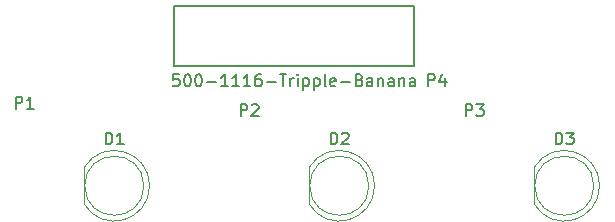
<source format=gbr>
G04 #@! TF.FileFunction,Legend,Top*
%FSLAX46Y46*%
G04 Gerber Fmt 4.6, Leading zero omitted, Abs format (unit mm)*
G04 Created by KiCad (PCBNEW 4.0.5) date 02/09/17 20:40:09*
%MOMM*%
%LPD*%
G01*
G04 APERTURE LIST*
%ADD10C,0.100000*%
%ADD11C,0.120000*%
%ADD12C,0.150000*%
G04 APERTURE END LIST*
D10*
D11*
X124910000Y-97790462D02*
G75*
G03X119360000Y-96245170I-2990000J462D01*
G01*
X124910000Y-97789538D02*
G75*
G02X119360000Y-99334830I-2990000J-462D01*
G01*
X124420000Y-97790000D02*
G75*
G03X124420000Y-97790000I-2500000J0D01*
G01*
X119360000Y-96245000D02*
X119360000Y-99335000D01*
X143960000Y-97790462D02*
G75*
G03X138410000Y-96245170I-2990000J462D01*
G01*
X143960000Y-97789538D02*
G75*
G02X138410000Y-99334830I-2990000J-462D01*
G01*
X143470000Y-97790000D02*
G75*
G03X143470000Y-97790000I-2500000J0D01*
G01*
X138410000Y-96245000D02*
X138410000Y-99335000D01*
X163010000Y-97790462D02*
G75*
G03X157460000Y-96245170I-2990000J462D01*
G01*
X163010000Y-97789538D02*
G75*
G02X157460000Y-99334830I-2990000J-462D01*
G01*
X162520000Y-97790000D02*
G75*
G03X162520000Y-97790000I-2500000J0D01*
G01*
X157460000Y-96245000D02*
X157460000Y-99335000D01*
D12*
X127000000Y-82550000D02*
X147320000Y-82550000D01*
X127000000Y-87630000D02*
X147320000Y-87630000D01*
X147320000Y-82550000D02*
X147320000Y-87630000D01*
X127000000Y-87630000D02*
X127000000Y-82550000D01*
X121181905Y-94282381D02*
X121181905Y-93282381D01*
X121420000Y-93282381D01*
X121562858Y-93330000D01*
X121658096Y-93425238D01*
X121705715Y-93520476D01*
X121753334Y-93710952D01*
X121753334Y-93853810D01*
X121705715Y-94044286D01*
X121658096Y-94139524D01*
X121562858Y-94234762D01*
X121420000Y-94282381D01*
X121181905Y-94282381D01*
X122705715Y-94282381D02*
X122134286Y-94282381D01*
X122420000Y-94282381D02*
X122420000Y-93282381D01*
X122324762Y-93425238D01*
X122229524Y-93520476D01*
X122134286Y-93568095D01*
X140231905Y-94282381D02*
X140231905Y-93282381D01*
X140470000Y-93282381D01*
X140612858Y-93330000D01*
X140708096Y-93425238D01*
X140755715Y-93520476D01*
X140803334Y-93710952D01*
X140803334Y-93853810D01*
X140755715Y-94044286D01*
X140708096Y-94139524D01*
X140612858Y-94234762D01*
X140470000Y-94282381D01*
X140231905Y-94282381D01*
X141184286Y-93377619D02*
X141231905Y-93330000D01*
X141327143Y-93282381D01*
X141565239Y-93282381D01*
X141660477Y-93330000D01*
X141708096Y-93377619D01*
X141755715Y-93472857D01*
X141755715Y-93568095D01*
X141708096Y-93710952D01*
X141136667Y-94282381D01*
X141755715Y-94282381D01*
X159281905Y-94282381D02*
X159281905Y-93282381D01*
X159520000Y-93282381D01*
X159662858Y-93330000D01*
X159758096Y-93425238D01*
X159805715Y-93520476D01*
X159853334Y-93710952D01*
X159853334Y-93853810D01*
X159805715Y-94044286D01*
X159758096Y-94139524D01*
X159662858Y-94234762D01*
X159520000Y-94282381D01*
X159281905Y-94282381D01*
X160186667Y-93282381D02*
X160805715Y-93282381D01*
X160472381Y-93663333D01*
X160615239Y-93663333D01*
X160710477Y-93710952D01*
X160758096Y-93758571D01*
X160805715Y-93853810D01*
X160805715Y-94091905D01*
X160758096Y-94187143D01*
X160710477Y-94234762D01*
X160615239Y-94282381D01*
X160329524Y-94282381D01*
X160234286Y-94234762D01*
X160186667Y-94187143D01*
X113561905Y-91257381D02*
X113561905Y-90257381D01*
X113942858Y-90257381D01*
X114038096Y-90305000D01*
X114085715Y-90352619D01*
X114133334Y-90447857D01*
X114133334Y-90590714D01*
X114085715Y-90685952D01*
X114038096Y-90733571D01*
X113942858Y-90781190D01*
X113561905Y-90781190D01*
X115085715Y-91257381D02*
X114514286Y-91257381D01*
X114800000Y-91257381D02*
X114800000Y-90257381D01*
X114704762Y-90400238D01*
X114609524Y-90495476D01*
X114514286Y-90543095D01*
X132611905Y-91892381D02*
X132611905Y-90892381D01*
X132992858Y-90892381D01*
X133088096Y-90940000D01*
X133135715Y-90987619D01*
X133183334Y-91082857D01*
X133183334Y-91225714D01*
X133135715Y-91320952D01*
X133088096Y-91368571D01*
X132992858Y-91416190D01*
X132611905Y-91416190D01*
X133564286Y-90987619D02*
X133611905Y-90940000D01*
X133707143Y-90892381D01*
X133945239Y-90892381D01*
X134040477Y-90940000D01*
X134088096Y-90987619D01*
X134135715Y-91082857D01*
X134135715Y-91178095D01*
X134088096Y-91320952D01*
X133516667Y-91892381D01*
X134135715Y-91892381D01*
X151661905Y-91892381D02*
X151661905Y-90892381D01*
X152042858Y-90892381D01*
X152138096Y-90940000D01*
X152185715Y-90987619D01*
X152233334Y-91082857D01*
X152233334Y-91225714D01*
X152185715Y-91320952D01*
X152138096Y-91368571D01*
X152042858Y-91416190D01*
X151661905Y-91416190D01*
X152566667Y-90892381D02*
X153185715Y-90892381D01*
X152852381Y-91273333D01*
X152995239Y-91273333D01*
X153090477Y-91320952D01*
X153138096Y-91368571D01*
X153185715Y-91463810D01*
X153185715Y-91701905D01*
X153138096Y-91797143D01*
X153090477Y-91844762D01*
X152995239Y-91892381D01*
X152709524Y-91892381D01*
X152614286Y-91844762D01*
X152566667Y-91797143D01*
X148486905Y-89352381D02*
X148486905Y-88352381D01*
X148867858Y-88352381D01*
X148963096Y-88400000D01*
X149010715Y-88447619D01*
X149058334Y-88542857D01*
X149058334Y-88685714D01*
X149010715Y-88780952D01*
X148963096Y-88828571D01*
X148867858Y-88876190D01*
X148486905Y-88876190D01*
X149915477Y-88685714D02*
X149915477Y-89352381D01*
X149677381Y-88304762D02*
X149439286Y-89019048D01*
X150058334Y-89019048D01*
X127398095Y-88352381D02*
X126921904Y-88352381D01*
X126874285Y-88828571D01*
X126921904Y-88780952D01*
X127017142Y-88733333D01*
X127255238Y-88733333D01*
X127350476Y-88780952D01*
X127398095Y-88828571D01*
X127445714Y-88923810D01*
X127445714Y-89161905D01*
X127398095Y-89257143D01*
X127350476Y-89304762D01*
X127255238Y-89352381D01*
X127017142Y-89352381D01*
X126921904Y-89304762D01*
X126874285Y-89257143D01*
X128064761Y-88352381D02*
X128160000Y-88352381D01*
X128255238Y-88400000D01*
X128302857Y-88447619D01*
X128350476Y-88542857D01*
X128398095Y-88733333D01*
X128398095Y-88971429D01*
X128350476Y-89161905D01*
X128302857Y-89257143D01*
X128255238Y-89304762D01*
X128160000Y-89352381D01*
X128064761Y-89352381D01*
X127969523Y-89304762D01*
X127921904Y-89257143D01*
X127874285Y-89161905D01*
X127826666Y-88971429D01*
X127826666Y-88733333D01*
X127874285Y-88542857D01*
X127921904Y-88447619D01*
X127969523Y-88400000D01*
X128064761Y-88352381D01*
X129017142Y-88352381D02*
X129112381Y-88352381D01*
X129207619Y-88400000D01*
X129255238Y-88447619D01*
X129302857Y-88542857D01*
X129350476Y-88733333D01*
X129350476Y-88971429D01*
X129302857Y-89161905D01*
X129255238Y-89257143D01*
X129207619Y-89304762D01*
X129112381Y-89352381D01*
X129017142Y-89352381D01*
X128921904Y-89304762D01*
X128874285Y-89257143D01*
X128826666Y-89161905D01*
X128779047Y-88971429D01*
X128779047Y-88733333D01*
X128826666Y-88542857D01*
X128874285Y-88447619D01*
X128921904Y-88400000D01*
X129017142Y-88352381D01*
X129779047Y-88971429D02*
X130540952Y-88971429D01*
X131540952Y-89352381D02*
X130969523Y-89352381D01*
X131255237Y-89352381D02*
X131255237Y-88352381D01*
X131159999Y-88495238D01*
X131064761Y-88590476D01*
X130969523Y-88638095D01*
X132493333Y-89352381D02*
X131921904Y-89352381D01*
X132207618Y-89352381D02*
X132207618Y-88352381D01*
X132112380Y-88495238D01*
X132017142Y-88590476D01*
X131921904Y-88638095D01*
X133445714Y-89352381D02*
X132874285Y-89352381D01*
X133159999Y-89352381D02*
X133159999Y-88352381D01*
X133064761Y-88495238D01*
X132969523Y-88590476D01*
X132874285Y-88638095D01*
X134302857Y-88352381D02*
X134112380Y-88352381D01*
X134017142Y-88400000D01*
X133969523Y-88447619D01*
X133874285Y-88590476D01*
X133826666Y-88780952D01*
X133826666Y-89161905D01*
X133874285Y-89257143D01*
X133921904Y-89304762D01*
X134017142Y-89352381D01*
X134207619Y-89352381D01*
X134302857Y-89304762D01*
X134350476Y-89257143D01*
X134398095Y-89161905D01*
X134398095Y-88923810D01*
X134350476Y-88828571D01*
X134302857Y-88780952D01*
X134207619Y-88733333D01*
X134017142Y-88733333D01*
X133921904Y-88780952D01*
X133874285Y-88828571D01*
X133826666Y-88923810D01*
X134826666Y-88971429D02*
X135588571Y-88971429D01*
X135921904Y-88352381D02*
X136493333Y-88352381D01*
X136207618Y-89352381D02*
X136207618Y-88352381D01*
X136826666Y-89352381D02*
X136826666Y-88685714D01*
X136826666Y-88876190D02*
X136874285Y-88780952D01*
X136921904Y-88733333D01*
X137017142Y-88685714D01*
X137112381Y-88685714D01*
X137445714Y-89352381D02*
X137445714Y-88685714D01*
X137445714Y-88352381D02*
X137398095Y-88400000D01*
X137445714Y-88447619D01*
X137493333Y-88400000D01*
X137445714Y-88352381D01*
X137445714Y-88447619D01*
X137921904Y-88685714D02*
X137921904Y-89685714D01*
X137921904Y-88733333D02*
X138017142Y-88685714D01*
X138207619Y-88685714D01*
X138302857Y-88733333D01*
X138350476Y-88780952D01*
X138398095Y-88876190D01*
X138398095Y-89161905D01*
X138350476Y-89257143D01*
X138302857Y-89304762D01*
X138207619Y-89352381D01*
X138017142Y-89352381D01*
X137921904Y-89304762D01*
X138826666Y-88685714D02*
X138826666Y-89685714D01*
X138826666Y-88733333D02*
X138921904Y-88685714D01*
X139112381Y-88685714D01*
X139207619Y-88733333D01*
X139255238Y-88780952D01*
X139302857Y-88876190D01*
X139302857Y-89161905D01*
X139255238Y-89257143D01*
X139207619Y-89304762D01*
X139112381Y-89352381D01*
X138921904Y-89352381D01*
X138826666Y-89304762D01*
X139874285Y-89352381D02*
X139779047Y-89304762D01*
X139731428Y-89209524D01*
X139731428Y-88352381D01*
X140636191Y-89304762D02*
X140540953Y-89352381D01*
X140350476Y-89352381D01*
X140255238Y-89304762D01*
X140207619Y-89209524D01*
X140207619Y-88828571D01*
X140255238Y-88733333D01*
X140350476Y-88685714D01*
X140540953Y-88685714D01*
X140636191Y-88733333D01*
X140683810Y-88828571D01*
X140683810Y-88923810D01*
X140207619Y-89019048D01*
X141112381Y-88971429D02*
X141874286Y-88971429D01*
X142683810Y-88828571D02*
X142826667Y-88876190D01*
X142874286Y-88923810D01*
X142921905Y-89019048D01*
X142921905Y-89161905D01*
X142874286Y-89257143D01*
X142826667Y-89304762D01*
X142731429Y-89352381D01*
X142350476Y-89352381D01*
X142350476Y-88352381D01*
X142683810Y-88352381D01*
X142779048Y-88400000D01*
X142826667Y-88447619D01*
X142874286Y-88542857D01*
X142874286Y-88638095D01*
X142826667Y-88733333D01*
X142779048Y-88780952D01*
X142683810Y-88828571D01*
X142350476Y-88828571D01*
X143779048Y-89352381D02*
X143779048Y-88828571D01*
X143731429Y-88733333D01*
X143636191Y-88685714D01*
X143445714Y-88685714D01*
X143350476Y-88733333D01*
X143779048Y-89304762D02*
X143683810Y-89352381D01*
X143445714Y-89352381D01*
X143350476Y-89304762D01*
X143302857Y-89209524D01*
X143302857Y-89114286D01*
X143350476Y-89019048D01*
X143445714Y-88971429D01*
X143683810Y-88971429D01*
X143779048Y-88923810D01*
X144255238Y-88685714D02*
X144255238Y-89352381D01*
X144255238Y-88780952D02*
X144302857Y-88733333D01*
X144398095Y-88685714D01*
X144540953Y-88685714D01*
X144636191Y-88733333D01*
X144683810Y-88828571D01*
X144683810Y-89352381D01*
X145588572Y-89352381D02*
X145588572Y-88828571D01*
X145540953Y-88733333D01*
X145445715Y-88685714D01*
X145255238Y-88685714D01*
X145160000Y-88733333D01*
X145588572Y-89304762D02*
X145493334Y-89352381D01*
X145255238Y-89352381D01*
X145160000Y-89304762D01*
X145112381Y-89209524D01*
X145112381Y-89114286D01*
X145160000Y-89019048D01*
X145255238Y-88971429D01*
X145493334Y-88971429D01*
X145588572Y-88923810D01*
X146064762Y-88685714D02*
X146064762Y-89352381D01*
X146064762Y-88780952D02*
X146112381Y-88733333D01*
X146207619Y-88685714D01*
X146350477Y-88685714D01*
X146445715Y-88733333D01*
X146493334Y-88828571D01*
X146493334Y-89352381D01*
X147398096Y-89352381D02*
X147398096Y-88828571D01*
X147350477Y-88733333D01*
X147255239Y-88685714D01*
X147064762Y-88685714D01*
X146969524Y-88733333D01*
X147398096Y-89304762D02*
X147302858Y-89352381D01*
X147064762Y-89352381D01*
X146969524Y-89304762D01*
X146921905Y-89209524D01*
X146921905Y-89114286D01*
X146969524Y-89019048D01*
X147064762Y-88971429D01*
X147302858Y-88971429D01*
X147398096Y-88923810D01*
M02*

</source>
